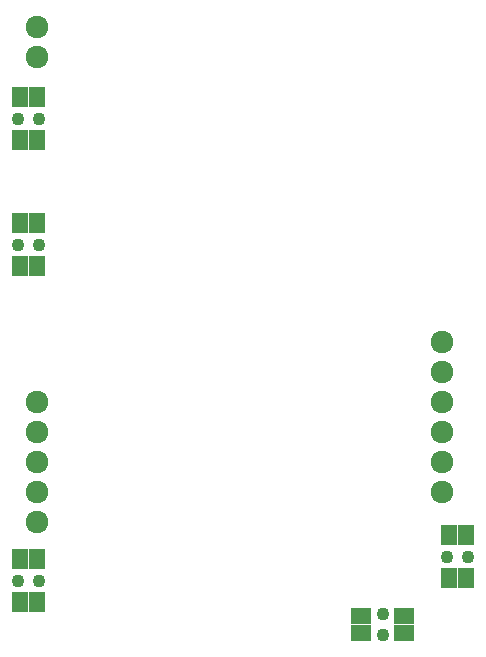
<source format=gbs>
G04 #@! TF.FileFunction,Soldermask,Bot*
%FSLAX46Y46*%
G04 Gerber Fmt 4.6, Leading zero omitted, Abs format (unit mm)*
G04 Created by KiCad (PCBNEW 4.0.4-stable) date 12/08/16 18:12:57*
%MOMM*%
%LPD*%
G01*
G04 APERTURE LIST*
%ADD10C,0.100000*%
%ADD11R,1.450000X1.800000*%
%ADD12C,1.100000*%
%ADD13R,1.800000X1.450000*%
%ADD14C,1.924000*%
G04 APERTURE END LIST*
D10*
D11*
X151093000Y-157712000D03*
X151093000Y-161312000D03*
X149643000Y-157712000D03*
X149643000Y-161312000D03*
D12*
X151268000Y-159512000D03*
X149468000Y-159512000D03*
D11*
X185965000Y-159280000D03*
X185965000Y-155680000D03*
X187415000Y-159280000D03*
X187415000Y-155680000D03*
D12*
X185790000Y-157480000D03*
X187590000Y-157480000D03*
D13*
X178540000Y-162470000D03*
X182140000Y-162470000D03*
X178540000Y-163920000D03*
X182140000Y-163920000D03*
D12*
X180340000Y-162295000D03*
X180340000Y-164095000D03*
D14*
X151041100Y-154533600D03*
X151041100Y-151993600D03*
X151041100Y-149453600D03*
X151041100Y-146913600D03*
X151041100Y-144373600D03*
X185331100Y-139293600D03*
X185331100Y-141833600D03*
X185331100Y-144373600D03*
X185331100Y-146913600D03*
X185331100Y-149453600D03*
X185331100Y-151993600D03*
X151041100Y-115163600D03*
X151041100Y-112623600D03*
D11*
X151093000Y-129264000D03*
X151093000Y-132864000D03*
X149643000Y-129264000D03*
X149643000Y-132864000D03*
D12*
X151268000Y-131064000D03*
X149468000Y-131064000D03*
D11*
X151093000Y-118596000D03*
X151093000Y-122196000D03*
X149643000Y-118596000D03*
X149643000Y-122196000D03*
D12*
X151268000Y-120396000D03*
X149468000Y-120396000D03*
M02*

</source>
